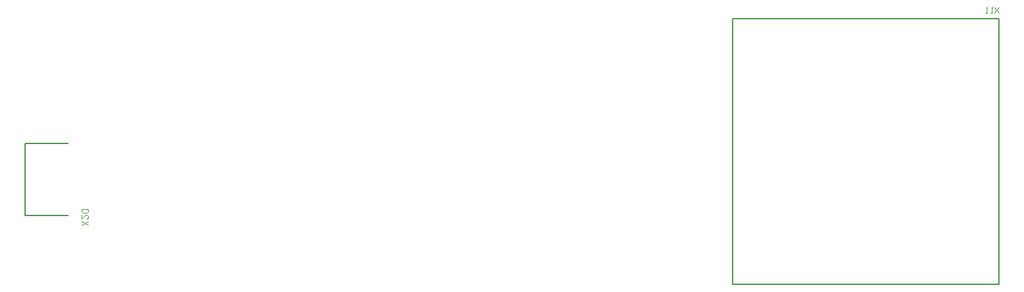
<source format=gbo>
G04 Layer_Color=32896*
%FSLAX44Y44*%
%MOMM*%
G71*
G01*
G75*
%ADD73C,0.1000*%
%ADD77C,0.2000*%
D73*
X2683002Y1117977D02*
X2677670Y1109980D01*
Y1117977D02*
X2683002Y1109980D01*
X2675005D02*
X2672339D01*
X2673672D01*
Y1117977D01*
X2675005Y1116645D01*
X2668340Y1109980D02*
X2665674D01*
X2667007D01*
Y1117977D01*
X2668340Y1116645D01*
X1483997Y831000D02*
X1476000Y836332D01*
X1483997D02*
X1476000Y831000D01*
Y844329D02*
Y838997D01*
X1481332Y844329D01*
X1482664D01*
X1483997Y842996D01*
Y840330D01*
X1482664Y838997D01*
Y846995D02*
X1483997Y848328D01*
Y850993D01*
X1482664Y852326D01*
X1477333D01*
X1476000Y850993D01*
Y848328D01*
X1477333Y846995D01*
X1482664D01*
D77*
X1401500Y843500D02*
X1458500D01*
X1401500Y938500D02*
X1458500D01*
X1401500Y843500D02*
Y938500D01*
X2683000Y753000D02*
Y1103000D01*
X2333000Y753000D02*
X2683000D01*
X2333000D02*
Y1103000D01*
X2683000D01*
M02*

</source>
